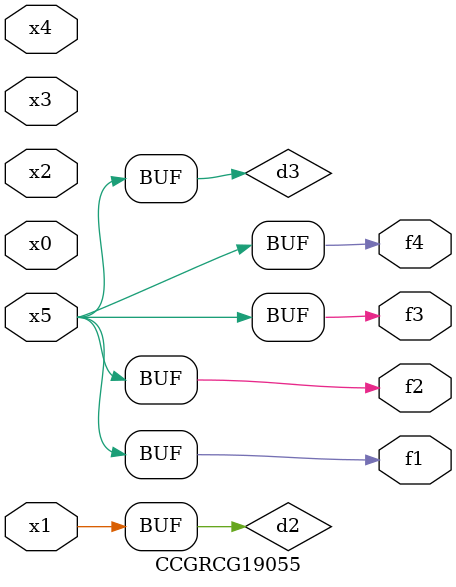
<source format=v>
module CCGRCG19055(
	input x0, x1, x2, x3, x4, x5,
	output f1, f2, f3, f4
);

	wire d1, d2, d3;

	not (d1, x5);
	or (d2, x1);
	xnor (d3, d1);
	assign f1 = d3;
	assign f2 = d3;
	assign f3 = d3;
	assign f4 = d3;
endmodule

</source>
